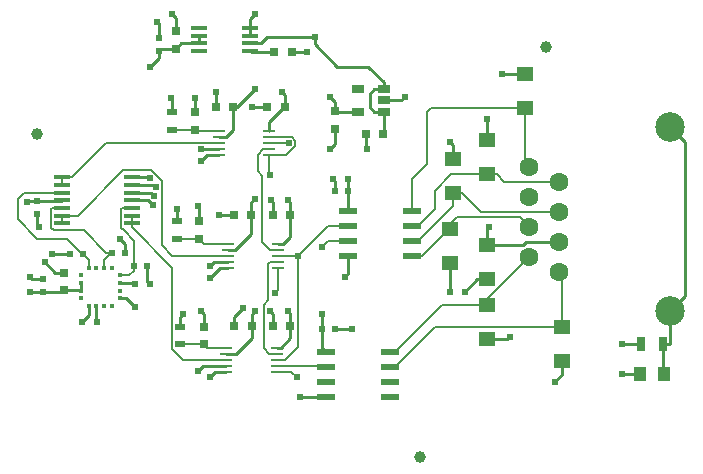
<source format=gbr>
G04 #@! TF.FileFunction,Copper,L1,Top,Signal*
%FSLAX46Y46*%
G04 Gerber Fmt 4.6, Leading zero omitted, Abs format (unit mm)*
G04 Created by KiCad (PCBNEW 4.0.6) date 12/01/17 17:53:21*
%MOMM*%
%LPD*%
G01*
G04 APERTURE LIST*
%ADD10C,0.100000*%
%ADD11C,1.600000*%
%ADD12C,2.500000*%
%ADD13R,0.600000X0.500000*%
%ADD14C,1.000000*%
%ADD15R,1.450000X0.450000*%
%ADD16R,0.500000X0.600000*%
%ADD17R,0.750000X0.800000*%
%ADD18R,1.000000X1.250000*%
%ADD19R,0.800000X0.750000*%
%ADD20R,1.400000X1.300000*%
%ADD21R,0.700000X1.300000*%
%ADD22R,0.900000X0.500000*%
%ADD23R,0.300000X0.400000*%
%ADD24R,0.400000X0.300000*%
%ADD25R,1.060000X0.650000*%
%ADD26R,1.100000X0.250000*%
%ADD27R,1.350000X0.400000*%
%ADD28R,1.550000X0.600000*%
%ADD29C,0.609600*%
%ADD30C,0.254000*%
%ADD31C,0.127000*%
G04 APERTURE END LIST*
D10*
D11*
X160434173Y-101788417D03*
X157894173Y-100518417D03*
X160434173Y-99248417D03*
X157894173Y-97978417D03*
X160434173Y-96708417D03*
X157894173Y-95438417D03*
X160434173Y-94168417D03*
X157894173Y-92898417D03*
D12*
X169834173Y-89593417D03*
X169834173Y-105093417D03*
D13*
X140335000Y-106680000D03*
X141435000Y-106680000D03*
D14*
X159258000Y-82804000D03*
X148590000Y-117475000D03*
D15*
X118335000Y-93808000D03*
X118335000Y-94458000D03*
X118335000Y-95108000D03*
X118335000Y-95758000D03*
X118335000Y-96408000D03*
X118335000Y-97058000D03*
X118335000Y-97708000D03*
X124235000Y-97708000D03*
X124235000Y-97058000D03*
X124235000Y-96408000D03*
X124235000Y-95758000D03*
X124235000Y-95108000D03*
X124235000Y-94458000D03*
X124235000Y-93808000D03*
D16*
X116205000Y-95843000D03*
X116205000Y-96943000D03*
D17*
X118491000Y-101878000D03*
X118491000Y-103378000D03*
D16*
X116713000Y-103547000D03*
X116713000Y-102447000D03*
D18*
X169275000Y-110490000D03*
X167275000Y-110490000D03*
D13*
X120057000Y-100330000D03*
X118957000Y-100330000D03*
X122513000Y-100203000D03*
X123613000Y-100203000D03*
X124418000Y-101346000D03*
X125518000Y-101346000D03*
D19*
X144030000Y-90170000D03*
X145530000Y-90170000D03*
D17*
X141436497Y-89725163D03*
X141436497Y-88225163D03*
D19*
X134366000Y-106426000D03*
X132866000Y-106426000D03*
X134354000Y-97028000D03*
X132854000Y-97028000D03*
X132830000Y-87884000D03*
X131330000Y-87884000D03*
D17*
X130302000Y-106450000D03*
X130302000Y-107950000D03*
X129921000Y-97548000D03*
X129921000Y-99048000D03*
X129540000Y-88277000D03*
X129540000Y-89777000D03*
D19*
X136283000Y-83185000D03*
X137783000Y-83185000D03*
X136156000Y-106426000D03*
X137656000Y-106426000D03*
X136156000Y-97028000D03*
X137656000Y-97028000D03*
X135660000Y-87884000D03*
X137160000Y-87884000D03*
D17*
X127952500Y-81431000D03*
X127952500Y-82931000D03*
D16*
X126492000Y-83100000D03*
X126492000Y-82000000D03*
D13*
X142536000Y-94996000D03*
X141436000Y-94996000D03*
D20*
X160655000Y-109400000D03*
X160655000Y-106500000D03*
X154305000Y-107495000D03*
X154305000Y-104595000D03*
X154305000Y-102415000D03*
X154305000Y-99515000D03*
X151130000Y-101071000D03*
X151130000Y-98171000D03*
X151384000Y-92223000D03*
X151384000Y-95123000D03*
X154305000Y-90625000D03*
X154305000Y-93525000D03*
X157480000Y-85037000D03*
X157480000Y-87937000D03*
D21*
X169225000Y-107950000D03*
X167325000Y-107950000D03*
D22*
X128270000Y-106450000D03*
X128270000Y-107950000D03*
X128016000Y-97548000D03*
X128016000Y-99048000D03*
X127635000Y-88277000D03*
X127635000Y-89777000D03*
D23*
X120590000Y-104708000D03*
X121240000Y-104708000D03*
X121890000Y-104708000D03*
X122540000Y-104708000D03*
D24*
X123190000Y-104058000D03*
X123190000Y-103408000D03*
X123190000Y-102758000D03*
X123190000Y-102108000D03*
D23*
X122540000Y-101458000D03*
X121890000Y-101458000D03*
X121240000Y-101458000D03*
X120590000Y-101458000D03*
D24*
X119940000Y-102108000D03*
X119940000Y-102758000D03*
X119940000Y-103408000D03*
X119940000Y-104058000D03*
D25*
X145551688Y-88252163D03*
X145551688Y-87302163D03*
X145551688Y-86352163D03*
X143351688Y-86352163D03*
X143351688Y-88252163D03*
D26*
X132235524Y-108258000D03*
X132235524Y-108758000D03*
X132235524Y-109258000D03*
X132235524Y-109758000D03*
X132235524Y-110258000D03*
X136535524Y-110258000D03*
X136535524Y-109758000D03*
X136535524Y-109258000D03*
X136535524Y-108758000D03*
X136535524Y-108258000D03*
X132343000Y-99457000D03*
X132343000Y-99957000D03*
X132343000Y-100457000D03*
X132343000Y-100957000D03*
X132343000Y-101457000D03*
X136643000Y-101457000D03*
X136643000Y-100957000D03*
X136643000Y-100457000D03*
X136643000Y-99957000D03*
X136643000Y-99457000D03*
X131581000Y-89932000D03*
X131581000Y-90432000D03*
X131581000Y-90932000D03*
X131581000Y-91432000D03*
X131581000Y-91932000D03*
X135881000Y-91932000D03*
X135881000Y-91432000D03*
X135881000Y-90932000D03*
X135881000Y-90432000D03*
X135881000Y-89932000D03*
D27*
X134230000Y-83117000D03*
X134230000Y-82467000D03*
X134230000Y-81817000D03*
X134230000Y-81167000D03*
X129930000Y-81167000D03*
X129930000Y-81817000D03*
X129930000Y-82467000D03*
X129930000Y-83117000D03*
D28*
X140650000Y-108585000D03*
X140650000Y-109855000D03*
X140650000Y-111125000D03*
X140650000Y-112395000D03*
X146050000Y-112395000D03*
X146050000Y-111125000D03*
X146050000Y-109855000D03*
X146050000Y-108585000D03*
X142563048Y-96667500D03*
X142563048Y-97937500D03*
X142563048Y-99207500D03*
X142563048Y-100477500D03*
X147963048Y-100477500D03*
X147963048Y-99207500D03*
X147963048Y-97937500D03*
X147963048Y-96667500D03*
D14*
X116205000Y-90170000D03*
D29*
X129794000Y-110236000D03*
X130810000Y-101346000D03*
X130810000Y-102362000D03*
X130048000Y-105156000D03*
X130810000Y-110744000D03*
X135890000Y-105156000D03*
X133604000Y-104902000D03*
X134366000Y-87884000D03*
X130048000Y-92456000D03*
X130048000Y-91440000D03*
X129540000Y-87122000D03*
X131318000Y-86614000D03*
X136017000Y-95758000D03*
X131572000Y-97028000D03*
X129794000Y-96266000D03*
X125730000Y-93853000D03*
X126238000Y-94615000D03*
X126111000Y-95377000D03*
X125984000Y-96139000D03*
X116332000Y-98044000D03*
X117475000Y-100330000D03*
X116840000Y-100965000D03*
X115570000Y-102235000D03*
X123190000Y-99060000D03*
X125730000Y-102870000D03*
X124460000Y-102870000D03*
X124460000Y-104775000D03*
X121285000Y-106045000D03*
X120015000Y-106045000D03*
X142240000Y-102235000D03*
X140970000Y-91440000D03*
X144145000Y-91440000D03*
X147320000Y-86995000D03*
X138430000Y-112395000D03*
X141224000Y-93980000D03*
X142875000Y-106680000D03*
X134620000Y-80010000D03*
X127635000Y-80010000D03*
X126365000Y-80645000D03*
X139065000Y-83185000D03*
X134645199Y-95631000D03*
X134620000Y-105156000D03*
X137414000Y-105156000D03*
X136906000Y-86614000D03*
X134620000Y-86360000D03*
X137414000Y-95758000D03*
X140970000Y-86995000D03*
X142494000Y-93980000D03*
X140335000Y-105410000D03*
X154432000Y-98044000D03*
X139700000Y-81915000D03*
X140335000Y-99695000D03*
X136385301Y-103644699D03*
X138176000Y-110744000D03*
X135890000Y-93599000D03*
X138303000Y-100457000D03*
X137541000Y-90932000D03*
X128524000Y-105410000D03*
X127508000Y-87122000D03*
X128016000Y-96520000D03*
X115315999Y-95885000D03*
X115570000Y-103505000D03*
X125730000Y-84455000D03*
X155575000Y-85090000D03*
X154305000Y-88900000D03*
X151130000Y-90805000D03*
X151130000Y-103505000D03*
X152400000Y-103505000D03*
X156210000Y-107315000D03*
X165735000Y-110490000D03*
X165735000Y-107950000D03*
X160020000Y-111125000D03*
D30*
X132235524Y-109758000D02*
X130272000Y-109758000D01*
X130272000Y-109758000D02*
X129794000Y-110236000D01*
X132343000Y-100957000D02*
X131199000Y-100957000D01*
X131199000Y-100957000D02*
X130810000Y-101346000D01*
X132343000Y-101457000D02*
X131715000Y-101457000D01*
X131715000Y-101457000D02*
X130810000Y-102362000D01*
X130302000Y-106450000D02*
X130302000Y-105410000D01*
X130302000Y-105410000D02*
X130048000Y-105156000D01*
X132235524Y-110258000D02*
X131296000Y-110258000D01*
X131296000Y-110258000D02*
X130810000Y-110744000D01*
X136156000Y-106426000D02*
X136156000Y-105422000D01*
X136156000Y-105422000D02*
X135890000Y-105156000D01*
X132866000Y-106426000D02*
X132866000Y-105640000D01*
X132866000Y-105640000D02*
X133604000Y-104902000D01*
X135660000Y-87884000D02*
X134366000Y-87884000D01*
X131581000Y-91932000D02*
X130572000Y-91932000D01*
X130572000Y-91932000D02*
X130048000Y-92456000D01*
X131581000Y-91432000D02*
X130056000Y-91432000D01*
X130056000Y-91432000D02*
X130048000Y-91440000D01*
X129540000Y-88277000D02*
X129540000Y-87122000D01*
X131330000Y-87884000D02*
X131330000Y-86626000D01*
X131330000Y-86626000D02*
X131318000Y-86614000D01*
X136156000Y-97028000D02*
X136156000Y-95897000D01*
X136156000Y-95897000D02*
X136017000Y-95758000D01*
X132854000Y-97028000D02*
X131572000Y-97028000D01*
X129921000Y-97548000D02*
X129921000Y-96393000D01*
X129921000Y-96393000D02*
X129794000Y-96266000D01*
X124235000Y-93808000D02*
X125685000Y-93808000D01*
X125685000Y-93808000D02*
X125730000Y-93853000D01*
X124235000Y-94458000D02*
X126081000Y-94458000D01*
X126081000Y-94458000D02*
X126238000Y-94615000D01*
X124235000Y-95108000D02*
X125842000Y-95108000D01*
X125842000Y-95108000D02*
X126111000Y-95377000D01*
X124235000Y-95758000D02*
X125603000Y-95758000D01*
X125603000Y-95758000D02*
X125984000Y-96139000D01*
X116205000Y-96943000D02*
X116205000Y-97917000D01*
X116205000Y-97917000D02*
X116332000Y-98044000D01*
X118957000Y-100330000D02*
X117475000Y-100330000D01*
X118491000Y-101878000D02*
X117753000Y-101878000D01*
X117753000Y-101878000D02*
X116840000Y-100965000D01*
X116713000Y-102447000D02*
X115782000Y-102447000D01*
X115782000Y-102447000D02*
X115570000Y-102235000D01*
X123613000Y-100203000D02*
X123613000Y-99483000D01*
X123613000Y-99483000D02*
X123190000Y-99060000D01*
X125518000Y-101346000D02*
X125518000Y-102658000D01*
X125518000Y-102658000D02*
X125730000Y-102870000D01*
X123190000Y-102758000D02*
X124348000Y-102758000D01*
X124348000Y-102758000D02*
X124460000Y-102870000D01*
X123190000Y-104058000D02*
X123743000Y-104058000D01*
X123743000Y-104058000D02*
X124460000Y-104775000D01*
X121240000Y-104708000D02*
X121240000Y-106000000D01*
X121240000Y-106000000D02*
X121285000Y-106045000D01*
X120590000Y-104708000D02*
X120590000Y-105470000D01*
X120590000Y-105470000D02*
X120015000Y-106045000D01*
X142563048Y-100477500D02*
X142563048Y-101911952D01*
X142563048Y-101911952D02*
X142240000Y-102235000D01*
X141436497Y-89725163D02*
X141436497Y-90973503D01*
X141436497Y-90973503D02*
X140970000Y-91440000D01*
X144030000Y-90170000D02*
X144030000Y-91325000D01*
X144030000Y-91325000D02*
X144145000Y-91440000D01*
X145551688Y-87302163D02*
X147012837Y-87302163D01*
X147012837Y-87302163D02*
X147320000Y-86995000D01*
X140650000Y-112395000D02*
X138430000Y-112395000D01*
X141436000Y-94996000D02*
X141436000Y-94192000D01*
X141436000Y-94192000D02*
X141224000Y-93980000D01*
X141435000Y-106680000D02*
X142875000Y-106680000D01*
X134230000Y-81167000D02*
X134230000Y-80400000D01*
X134230000Y-80400000D02*
X134620000Y-80010000D01*
X134230000Y-81167000D02*
X134230000Y-81817000D01*
X127952500Y-81431000D02*
X127952500Y-80327500D01*
X127952500Y-80327500D02*
X127635000Y-80010000D01*
X126492000Y-82000000D02*
X126492000Y-80772000D01*
X126492000Y-80772000D02*
X126365000Y-80645000D01*
X137783000Y-83185000D02*
X139065000Y-83185000D01*
X169834173Y-89593417D02*
X171084172Y-90843416D01*
X171084172Y-90843416D02*
X171084172Y-103843418D01*
X171084172Y-103843418D02*
X169834173Y-105093417D01*
X169225000Y-107950000D02*
X169225000Y-110440000D01*
X169225000Y-110440000D02*
X169275000Y-110490000D01*
X169834173Y-105093417D02*
X169834173Y-107944827D01*
X169834173Y-107944827D02*
X169829000Y-107950000D01*
X169829000Y-107950000D02*
X169225000Y-107950000D01*
X134354000Y-95922199D02*
X134645199Y-95631000D01*
X134366000Y-105435399D02*
X134366000Y-105410000D01*
X134366000Y-105410000D02*
X134620000Y-105156000D01*
X137656000Y-106426000D02*
X137656000Y-105398000D01*
X137656000Y-105398000D02*
X137414000Y-105156000D01*
X136852000Y-108258000D02*
X137656000Y-107454000D01*
X137656000Y-107454000D02*
X137656000Y-106426000D01*
X136535524Y-108258000D02*
X136852000Y-108258000D01*
X134366000Y-106426000D02*
X134366000Y-105435399D01*
X134366000Y-106426000D02*
X134366000Y-107431524D01*
X134366000Y-107431524D02*
X133039524Y-108758000D01*
X133039524Y-108758000D02*
X132235524Y-108758000D01*
X137160000Y-87884000D02*
X137160000Y-86868000D01*
X137160000Y-86868000D02*
X136906000Y-86614000D01*
X135881000Y-89932000D02*
X135881000Y-89138000D01*
X135881000Y-89138000D02*
X137135000Y-87884000D01*
X137135000Y-87884000D02*
X137160000Y-87884000D01*
X131581000Y-90432000D02*
X132213202Y-90432000D01*
X132213202Y-90432000D02*
X132830000Y-89815202D01*
X132830000Y-89815202D02*
X132830000Y-88513000D01*
X132830000Y-88513000D02*
X132830000Y-87884000D01*
X132830000Y-87884000D02*
X133096000Y-87884000D01*
X133096000Y-87884000D02*
X134620000Y-86360000D01*
X137656000Y-97028000D02*
X137656000Y-96000000D01*
X137656000Y-96000000D02*
X137414000Y-95758000D01*
X137656000Y-97028000D02*
X137656000Y-98869000D01*
X137656000Y-98869000D02*
X137068000Y-99457000D01*
X137068000Y-99457000D02*
X136643000Y-99457000D01*
X134354000Y-97028000D02*
X134354000Y-95922199D01*
X132343000Y-99957000D02*
X132975202Y-99957000D01*
X134354000Y-98578202D02*
X134354000Y-97657000D01*
X134354000Y-97657000D02*
X134354000Y-97028000D01*
X132975202Y-99957000D02*
X134354000Y-98578202D01*
X141436497Y-88225163D02*
X141436497Y-87461497D01*
X141436497Y-87461497D02*
X140970000Y-86995000D01*
X143351688Y-88252163D02*
X141463497Y-88252163D01*
X141463497Y-88252163D02*
X141436497Y-88225163D01*
X142536000Y-94996000D02*
X142536000Y-94022000D01*
X142536000Y-94022000D02*
X142494000Y-93980000D01*
X142563048Y-96667500D02*
X142563048Y-95023048D01*
X142563048Y-95023048D02*
X142536000Y-94996000D01*
X140335000Y-106680000D02*
X140335000Y-105410000D01*
X140335000Y-106680000D02*
X140335000Y-108270000D01*
X140335000Y-108270000D02*
X140650000Y-108585000D01*
D31*
X131581000Y-90432000D02*
X132098902Y-90432000D01*
D30*
X144399000Y-86741000D02*
X144399000Y-87883475D01*
X144399000Y-87883475D02*
X144767687Y-88252162D01*
X144767688Y-86372312D02*
X144399000Y-86741000D01*
X144767688Y-86352163D02*
X144767688Y-86372312D01*
X154305000Y-99515000D02*
X154305000Y-98171000D01*
X154305000Y-98171000D02*
X154432000Y-98044000D01*
X145551688Y-88252163D02*
X145551688Y-90148312D01*
X145551688Y-90148312D02*
X145530000Y-90170000D01*
X145551688Y-88252163D02*
X144767687Y-88252162D01*
X144767688Y-86352163D02*
X145551688Y-86352163D01*
X139700000Y-81915000D02*
X139700000Y-82550000D01*
X139700000Y-82550000D02*
X141605000Y-84455000D01*
X145551688Y-85773163D02*
X145551688Y-86352163D01*
X141605000Y-84455000D02*
X144233525Y-84455000D01*
X144233525Y-84455000D02*
X145551688Y-85773163D01*
X154305000Y-99515000D02*
X154255000Y-99515000D01*
X154305000Y-99515000D02*
X157337668Y-99515000D01*
X157337668Y-99515000D02*
X157604251Y-99248417D01*
X157604251Y-99248417D02*
X159302803Y-99248417D01*
X159302803Y-99248417D02*
X160434173Y-99248417D01*
X135711000Y-81915000D02*
X139700000Y-81915000D01*
X134230000Y-82467000D02*
X135159000Y-82467000D01*
X135159000Y-82467000D02*
X135711000Y-81915000D01*
D31*
X130302000Y-107950000D02*
X128270000Y-107950000D01*
X132235524Y-108258000D02*
X130610000Y-108258000D01*
X130610000Y-108258000D02*
X130302000Y-107950000D01*
X129921000Y-99048000D02*
X129419000Y-99048000D01*
X129419000Y-99048000D02*
X128016000Y-99048000D01*
X132343000Y-99457000D02*
X130330000Y-99457000D01*
X130330000Y-99457000D02*
X129921000Y-99048000D01*
X129540000Y-89777000D02*
X129038000Y-89777000D01*
X129038000Y-89777000D02*
X127635000Y-89777000D01*
X131581000Y-89932000D02*
X129695000Y-89932000D01*
X129695000Y-89932000D02*
X129540000Y-89777000D01*
D30*
X136283000Y-83185000D02*
X134298000Y-83185000D01*
D31*
X134298000Y-83185000D02*
X134230000Y-83117000D01*
X146050000Y-109855000D02*
X146525000Y-109855000D01*
X146525000Y-109855000D02*
X149880000Y-106500000D01*
X149880000Y-106500000D02*
X159828000Y-106500000D01*
X159828000Y-106500000D02*
X160655000Y-106500000D01*
X160655000Y-106500000D02*
X160655000Y-102009244D01*
X160655000Y-102009244D02*
X160434173Y-101788417D01*
X146050000Y-108585000D02*
X146525000Y-108585000D01*
X146525000Y-108585000D02*
X150515000Y-104595000D01*
X150515000Y-104595000D02*
X153478000Y-104595000D01*
X153478000Y-104595000D02*
X154305000Y-104595000D01*
X157894173Y-100518417D02*
X154305000Y-104107590D01*
X154305000Y-104107590D02*
X154305000Y-104595000D01*
X147963048Y-99207500D02*
X148438048Y-99207500D01*
X148438048Y-99207500D02*
X151384000Y-96261548D01*
X151384000Y-96261548D02*
X151384000Y-95900000D01*
X151384000Y-95900000D02*
X151384000Y-95123000D01*
X151384000Y-95123000D02*
X152211000Y-95123000D01*
X152211000Y-95123000D02*
X153796417Y-96708417D01*
X153796417Y-96708417D02*
X159302803Y-96708417D01*
X159302803Y-96708417D02*
X160434173Y-96708417D01*
X151130000Y-97790000D02*
X151741582Y-97178418D01*
X157094174Y-97178418D02*
X157894173Y-97978417D01*
X151741582Y-97178418D02*
X157094174Y-97178418D01*
X151130000Y-98171000D02*
X151130000Y-97790000D01*
X147963048Y-100477500D02*
X148773500Y-100477500D01*
X148773500Y-100477500D02*
X151080000Y-98171000D01*
X151080000Y-98171000D02*
X151130000Y-98171000D01*
X157701590Y-98171000D02*
X157894173Y-97978417D01*
X149225000Y-88265000D02*
X149553000Y-87937000D01*
X149553000Y-87937000D02*
X157480000Y-87937000D01*
X149225000Y-92689098D02*
X149225000Y-88265000D01*
X147963048Y-96667500D02*
X147963048Y-93951050D01*
X147963048Y-93951050D02*
X149225000Y-92689098D01*
X157480000Y-87937000D02*
X157480000Y-92484244D01*
X157480000Y-92484244D02*
X157894173Y-92898417D01*
X149860000Y-96515548D02*
X149860000Y-94954098D01*
X149860000Y-94954098D02*
X151289098Y-93525000D01*
X151289098Y-93525000D02*
X153478000Y-93525000D01*
X153478000Y-93525000D02*
X154305000Y-93525000D01*
X147963048Y-97937500D02*
X148438048Y-97937500D01*
X148438048Y-97937500D02*
X149860000Y-96515548D01*
X154305000Y-93525000D02*
X155132000Y-93525000D01*
X155132000Y-93525000D02*
X155775417Y-94168417D01*
X155775417Y-94168417D02*
X159302803Y-94168417D01*
X159302803Y-94168417D02*
X160434173Y-94168417D01*
X118335000Y-93808000D02*
X119187000Y-93808000D01*
X119187000Y-93808000D02*
X122063000Y-90932000D01*
X122063000Y-90932000D02*
X130904000Y-90932000D01*
X130904000Y-90932000D02*
X131581000Y-90932000D01*
X118335000Y-93808000D02*
X118335000Y-94458000D01*
X132343000Y-100457000D02*
X127635000Y-100457000D01*
X127635000Y-100457000D02*
X126746000Y-99568000D01*
X119692098Y-97058000D02*
X118335000Y-97058000D01*
X126746000Y-99568000D02*
X126746000Y-94135954D01*
X126746000Y-94135954D02*
X125840745Y-93230699D01*
X123519399Y-93230699D02*
X119692098Y-97058000D01*
X125840745Y-93230699D02*
X123519399Y-93230699D01*
X118335000Y-97058000D02*
X118335000Y-97708000D01*
X124235000Y-98060000D02*
X127629499Y-101454499D01*
X128535098Y-109258000D02*
X131558524Y-109258000D01*
X127629499Y-101454499D02*
X127629499Y-108352401D01*
X127629499Y-108352401D02*
X128535098Y-109258000D01*
X131558524Y-109258000D02*
X132235524Y-109258000D01*
X124235000Y-97708000D02*
X124235000Y-98060000D01*
X124235000Y-97058000D02*
X124235000Y-97708000D01*
X140335000Y-99695000D02*
X140822500Y-99207500D01*
X140822500Y-99207500D02*
X142563048Y-99207500D01*
X142088048Y-99207500D02*
X142563048Y-99207500D01*
X136643000Y-101457000D02*
X136643000Y-103387000D01*
X136643000Y-103387000D02*
X136385301Y-103644699D01*
X136535524Y-110258000D02*
X137690000Y-110258000D01*
X137690000Y-110258000D02*
X138176000Y-110744000D01*
X138049000Y-90706954D02*
X138049000Y-91157046D01*
X138049000Y-91157046D02*
X137274046Y-91932000D01*
X137274046Y-91932000D02*
X136558000Y-91932000D01*
X136558000Y-91932000D02*
X135881000Y-91932000D01*
X135881000Y-90432000D02*
X137774046Y-90432000D01*
X137774046Y-90432000D02*
X138049000Y-90706954D01*
X135881000Y-91932000D02*
X135881000Y-93590000D01*
X135881000Y-93590000D02*
X135890000Y-93599000D01*
X136535524Y-109758000D02*
X140553000Y-109758000D01*
X140553000Y-109758000D02*
X140650000Y-109855000D01*
X142563048Y-97937500D02*
X140822500Y-97937500D01*
X140822500Y-97937500D02*
X138607799Y-100152201D01*
X138607799Y-100152201D02*
X138303000Y-100457000D01*
X138303000Y-100888052D02*
X138303000Y-100457000D01*
X136535524Y-109258000D02*
X137212524Y-109258000D01*
X138303000Y-108167524D02*
X138303000Y-100888052D01*
X137212524Y-109258000D02*
X138303000Y-108167524D01*
X136643000Y-100457000D02*
X138303000Y-100457000D01*
X135881000Y-90932000D02*
X137541000Y-90932000D01*
X136535524Y-108758000D02*
X135858524Y-108758000D01*
X135858524Y-108758000D02*
X135394699Y-108294175D01*
X135394699Y-108294175D02*
X135394699Y-104606347D01*
X135394699Y-104606347D02*
X135775699Y-104225347D01*
X135775699Y-104225347D02*
X135775699Y-101147301D01*
X135775699Y-101147301D02*
X135966000Y-100957000D01*
X135966000Y-100957000D02*
X136643000Y-100957000D01*
X135881000Y-91432000D02*
X135363098Y-91432000D01*
X135363098Y-91432000D02*
X134874000Y-91921098D01*
X135283954Y-93726000D02*
X135283954Y-99274954D01*
X134874000Y-91921098D02*
X134874000Y-93316046D01*
X134874000Y-93316046D02*
X135283954Y-93726000D01*
X135283954Y-99274954D02*
X135966000Y-99957000D01*
X135966000Y-99957000D02*
X136643000Y-99957000D01*
X114554000Y-97380046D02*
X116246653Y-99072699D01*
X118335000Y-95108000D02*
X115077000Y-95108000D01*
X115077000Y-95108000D02*
X114554000Y-95631000D01*
X114554000Y-95631000D02*
X114554000Y-97380046D01*
X116246653Y-99072699D02*
X118749699Y-99072699D01*
X118749699Y-99072699D02*
X120007000Y-100330000D01*
X120007000Y-100330000D02*
X120057000Y-100330000D01*
X120590000Y-101458000D02*
X120590000Y-100813000D01*
X120590000Y-100813000D02*
X120107000Y-100330000D01*
X120107000Y-100330000D02*
X120057000Y-100330000D01*
X117483000Y-96408000D02*
X117419499Y-96471501D01*
X117419499Y-96471501D02*
X117419499Y-98085401D01*
X117632098Y-98298000D02*
X120181000Y-98298000D01*
X120181000Y-98298000D02*
X122086000Y-100203000D01*
X122086000Y-100203000D02*
X122513000Y-100203000D01*
X118335000Y-96408000D02*
X117483000Y-96408000D01*
X117419499Y-98085401D02*
X117632098Y-98298000D01*
X121890000Y-101458000D02*
X121890000Y-100776000D01*
X121890000Y-100776000D02*
X122463000Y-100203000D01*
X122463000Y-100203000D02*
X122513000Y-100203000D01*
X123542046Y-98298000D02*
X123532098Y-98298000D01*
X123532098Y-98298000D02*
X123319499Y-98085401D01*
X123319499Y-98085401D02*
X123319499Y-96471501D01*
X123319499Y-96471501D02*
X123383000Y-96408000D01*
X123383000Y-96408000D02*
X124235000Y-96408000D01*
X124418000Y-101346000D02*
X124418000Y-99173954D01*
X124418000Y-99173954D02*
X123542046Y-98298000D01*
X123190000Y-102108000D02*
X124033000Y-102108000D01*
X124033000Y-102108000D02*
X124418000Y-101723000D01*
X124418000Y-101723000D02*
X124418000Y-101346000D01*
D30*
X128270000Y-106450000D02*
X128270000Y-105664000D01*
X128270000Y-105664000D02*
X128524000Y-105410000D01*
X127635000Y-88277000D02*
X127635000Y-87249000D01*
X127635000Y-87249000D02*
X127508000Y-87122000D01*
X128016000Y-97548000D02*
X128016000Y-96520000D01*
X116205000Y-95843000D02*
X118250000Y-95843000D01*
X118250000Y-95843000D02*
X118335000Y-95758000D01*
X116205000Y-95843000D02*
X115357999Y-95843000D01*
X115357999Y-95843000D02*
X115315999Y-95885000D01*
X119940000Y-103408000D02*
X119940000Y-102758000D01*
X118491000Y-103378000D02*
X119910000Y-103378000D01*
X119910000Y-103378000D02*
X119940000Y-103408000D01*
X116713000Y-103547000D02*
X118322000Y-103547000D01*
X118322000Y-103547000D02*
X118491000Y-103378000D01*
X116713000Y-103547000D02*
X115612000Y-103547000D01*
X115612000Y-103547000D02*
X115570000Y-103505000D01*
X126492000Y-83100000D02*
X126492000Y-83693000D01*
X126492000Y-83693000D02*
X125730000Y-84455000D01*
X127952500Y-82931000D02*
X126661000Y-82931000D01*
X126661000Y-82931000D02*
X126492000Y-83100000D01*
X129930000Y-82467000D02*
X128416500Y-82467000D01*
X128416500Y-82467000D02*
X127952500Y-82931000D01*
X129930000Y-82467000D02*
X129930000Y-81817000D01*
X157480000Y-85037000D02*
X155628000Y-85037000D01*
X155628000Y-85037000D02*
X155575000Y-85090000D01*
X154305000Y-90625000D02*
X154305000Y-88900000D01*
X151384000Y-92223000D02*
X151384000Y-91059000D01*
X151384000Y-91059000D02*
X151130000Y-90805000D01*
X151130000Y-101071000D02*
X151130000Y-103505000D01*
X154305000Y-102415000D02*
X153490000Y-102415000D01*
X153490000Y-102415000D02*
X152400000Y-103505000D01*
X154305000Y-107495000D02*
X156030000Y-107495000D01*
X156030000Y-107495000D02*
X156210000Y-107315000D01*
X167275000Y-110490000D02*
X165735000Y-110490000D01*
X167325000Y-107950000D02*
X165735000Y-107950000D01*
X160655000Y-109400000D02*
X160655000Y-110490000D01*
X160655000Y-110490000D02*
X160020000Y-111125000D01*
M02*

</source>
